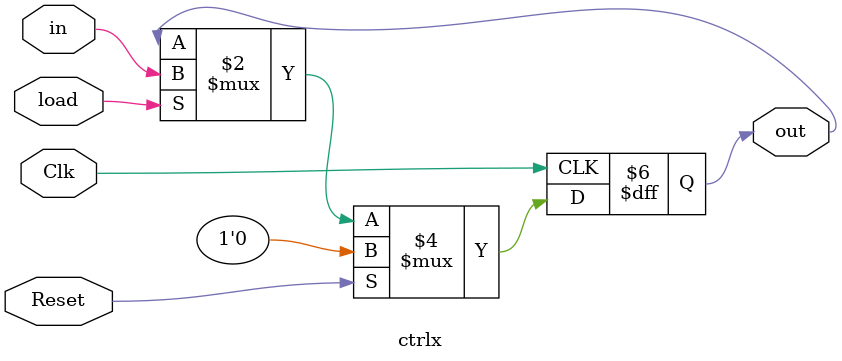
<source format=sv>
module ripple_adder (
	input  logic  [7:0] a, 
    input  logic  [7:0] b,
	input  logic   m,
	input  logic   fn,//function select, add is 0, sub is 1
	
	output logic  [8:0] s,
	output logic   cout
);

	/* TODO
		*
		* Insert code here to implement a ripple adder.
		* Your code should be completly combinational (don't use always_ff or always_latch).
		* Feel free to create sub-modules or other files. */
	
logic c1,c2;
//logic [7:0] a_select; 
logic [7:0] b_select;
assign b_select = b ^ {8{fn}}; //invert B when fn = 1

		adder4 FA0 (.A (a[3:0]), .B (b_select[3:0]), .c_in(fn), .S (s[3:0]), .c_out (c1));
		adder4 FA1 (.A (a[7:4]), .B (b_select[7:4]), .c_in (c1), .S (s[7:4]), .c_out (c2));
		full_adder FA2 (.x (a[7]), .y (b_select[7]), .z (c2), .s (s[8]), .c (cout)); //calculate sign bit


endmodule



module full_adder (input x, y, z,
                   output s, c);
assign s = x^y^z;
assign c = (x&y)|(y&z)|(x&z);

endmodule


module adder4(input logic [3:0] A,B,
              input logic c_in,
              output logic [3:0]S,
              output logic c_out);
logic c1,c2,c3;
full_adder FA0 (.x (A[0]), .y (B[0]), .z (c_in), .s (S[0]), .c (c1));
full_adder FA1 (.x (A[1]), .y (B[1]), .z (c1), .s (S[1]), .c (c2));
full_adder FA2 (.x (A[2]), .y (B[2]), .z (c2), .s (S[2]), .c (c3));
full_adder FA3 (.x (A[3]), .y (B[3]), .z (c3), .s (S[3]), .c (c_out));              
              
endmodule

module ctrlx (input logic Clk,
              input logic load,
              input logic Reset,
              input logic in,
              output logic out);
 always_ff @(posedge Clk)
 begin
 if(Reset)out <= 1'b0;
 else out <= load ? in : out;
 end     
endmodule
</source>
